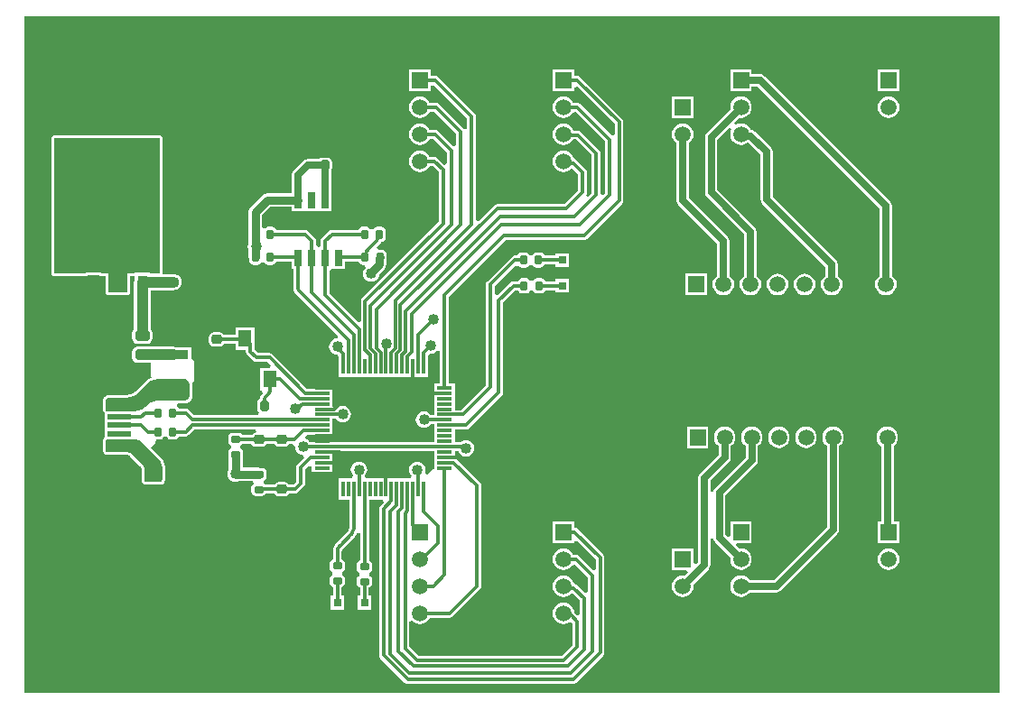
<source format=gbr>
G04*
G04 #@! TF.GenerationSoftware,Altium Limited,Altium Designer,23.6.0 (18)*
G04*
G04 Layer_Physical_Order=1*
G04 Layer_Color=255*
%FSLAX44Y44*%
%MOMM*%
G71*
G04*
G04 #@! TF.SameCoordinates,D937CF5F-481C-4708-B2B1-4CAA2D9F1EF8*
G04*
G04*
G04 #@! TF.FilePolarity,Positive*
G04*
G01*
G75*
%ADD14R,2.3000X0.5000*%
%ADD15R,2.5000X2.0000*%
G04:AMPARAMS|DCode=16|XSize=0.9mm|YSize=0.7mm|CornerRadius=0.175mm|HoleSize=0mm|Usage=FLASHONLY|Rotation=90.000|XOffset=0mm|YOffset=0mm|HoleType=Round|Shape=RoundedRectangle|*
%AMROUNDEDRECTD16*
21,1,0.9000,0.3500,0,0,90.0*
21,1,0.5500,0.7000,0,0,90.0*
1,1,0.3500,0.1750,0.2750*
1,1,0.3500,0.1750,-0.2750*
1,1,0.3500,-0.1750,-0.2750*
1,1,0.3500,-0.1750,0.2750*
%
%ADD16ROUNDEDRECTD16*%
%ADD17R,0.8000X0.8000*%
%ADD18R,0.8000X0.8000*%
%ADD19R,1.3000X1.6000*%
G04:AMPARAMS|DCode=20|XSize=0.9mm|YSize=0.7mm|CornerRadius=0.175mm|HoleSize=0mm|Usage=FLASHONLY|Rotation=0.000|XOffset=0mm|YOffset=0mm|HoleType=Round|Shape=RoundedRectangle|*
%AMROUNDEDRECTD20*
21,1,0.9000,0.3500,0,0,0.0*
21,1,0.5500,0.7000,0,0,0.0*
1,1,0.3500,0.2750,-0.1750*
1,1,0.3500,-0.2750,-0.1750*
1,1,0.3500,-0.2750,0.1750*
1,1,0.3500,0.2750,0.1750*
%
%ADD20ROUNDEDRECTD20*%
%ADD21R,0.9500X1.4500*%
%ADD22R,3.2500X1.4500*%
G04:AMPARAMS|DCode=23|XSize=0.95mm|YSize=0.85mm|CornerRadius=0.2125mm|HoleSize=0mm|Usage=FLASHONLY|Rotation=180.000|XOffset=0mm|YOffset=0mm|HoleType=Round|Shape=RoundedRectangle|*
%AMROUNDEDRECTD23*
21,1,0.9500,0.4250,0,0,180.0*
21,1,0.5250,0.8500,0,0,180.0*
1,1,0.4250,-0.2625,0.2125*
1,1,0.4250,0.2625,0.2125*
1,1,0.4250,0.2625,-0.2125*
1,1,0.4250,-0.2625,-0.2125*
%
%ADD23ROUNDEDRECTD23*%
G04:AMPARAMS|DCode=24|XSize=1.35mm|YSize=1mm|CornerRadius=0.25mm|HoleSize=0mm|Usage=FLASHONLY|Rotation=180.000|XOffset=0mm|YOffset=0mm|HoleType=Round|Shape=RoundedRectangle|*
%AMROUNDEDRECTD24*
21,1,1.3500,0.5000,0,0,180.0*
21,1,0.8500,1.0000,0,0,180.0*
1,1,0.5000,-0.4250,0.2500*
1,1,0.5000,0.4250,0.2500*
1,1,0.5000,0.4250,-0.2500*
1,1,0.5000,-0.4250,-0.2500*
%
%ADD24ROUNDEDRECTD24*%
%ADD25R,2.8100X0.8800*%
%ADD26R,1.4750X0.3000*%
%ADD27R,0.3000X1.4750*%
%ADD28R,0.6500X1.5250*%
G04:AMPARAMS|DCode=29|XSize=0.95mm|YSize=0.85mm|CornerRadius=0.2125mm|HoleSize=0mm|Usage=FLASHONLY|Rotation=270.000|XOffset=0mm|YOffset=0mm|HoleType=Round|Shape=RoundedRectangle|*
%AMROUNDEDRECTD29*
21,1,0.9500,0.4250,0,0,270.0*
21,1,0.5250,0.8500,0,0,270.0*
1,1,0.4250,-0.2125,-0.2625*
1,1,0.4250,-0.2125,0.2625*
1,1,0.4250,0.2125,0.2625*
1,1,0.4250,0.2125,-0.2625*
%
%ADD29ROUNDEDRECTD29*%
%ADD50C,0.3048*%
%ADD51C,1.0160*%
%ADD52C,0.6350*%
%ADD53C,0.7620*%
%ADD54C,1.4000*%
%ADD55R,1.5000X1.5000*%
%ADD56C,1.5000*%
%ADD57R,1.5000X1.5000*%
%ADD58C,1.0160*%
G36*
X914400D02*
X0D01*
Y635000D01*
X914400D01*
Y0D01*
D02*
G37*
%LPC*%
G36*
X820300Y585350D02*
X800220D01*
Y565270D01*
X820300D01*
Y585350D01*
D02*
G37*
G36*
X627260Y559950D02*
X607180D01*
Y539870D01*
X627260D01*
Y559950D01*
D02*
G37*
G36*
X810260Y560037D02*
X807639Y559692D01*
X805197Y558680D01*
X803099Y557071D01*
X801490Y554973D01*
X800478Y552531D01*
X800133Y549910D01*
X800478Y547289D01*
X801490Y544847D01*
X803099Y542749D01*
X805197Y541140D01*
X807639Y540128D01*
X810260Y539783D01*
X812881Y540128D01*
X815323Y541140D01*
X817421Y542749D01*
X819030Y544847D01*
X820042Y547289D01*
X820387Y549910D01*
X820042Y552531D01*
X819030Y554973D01*
X817421Y557071D01*
X815323Y558680D01*
X812881Y559692D01*
X810260Y560037D01*
D02*
G37*
G36*
X671830D02*
X669209Y559692D01*
X666767Y558680D01*
X664669Y557071D01*
X663060Y554973D01*
X662048Y552531D01*
X661703Y549910D01*
X661923Y548243D01*
X639770Y526090D01*
X638507Y524200D01*
X638063Y521970D01*
Y469900D01*
X638507Y467670D01*
X639770Y465780D01*
X674893Y430656D01*
Y391724D01*
X673559Y390701D01*
X671950Y388603D01*
X670938Y386161D01*
X670593Y383540D01*
X670938Y380919D01*
X671950Y378477D01*
X673559Y376379D01*
X675657Y374770D01*
X678099Y373758D01*
X680720Y373413D01*
X683341Y373758D01*
X685783Y374770D01*
X687881Y376379D01*
X689490Y378477D01*
X690502Y380919D01*
X690847Y383540D01*
X690502Y386161D01*
X689490Y388603D01*
X687881Y390701D01*
X686547Y391724D01*
Y433070D01*
X686103Y435300D01*
X684840Y437190D01*
X649717Y472314D01*
Y519556D01*
X660959Y530798D01*
X663060Y529573D01*
X662048Y527131D01*
X661703Y524510D01*
X662048Y521889D01*
X663060Y519447D01*
X664669Y517349D01*
X666767Y515740D01*
X669209Y514728D01*
X671830Y514383D01*
X674451Y514728D01*
X676893Y515740D01*
X678572Y517028D01*
X678691D01*
X690133Y505586D01*
Y463550D01*
X690577Y461320D01*
X691840Y459430D01*
X751093Y400176D01*
Y391724D01*
X749759Y390701D01*
X748150Y388603D01*
X747138Y386161D01*
X746793Y383540D01*
X747138Y380919D01*
X748150Y378477D01*
X749759Y376379D01*
X751857Y374770D01*
X754299Y373758D01*
X756920Y373413D01*
X759541Y373758D01*
X761983Y374770D01*
X764081Y376379D01*
X765690Y378477D01*
X766702Y380919D01*
X767047Y383540D01*
X766702Y386161D01*
X765690Y388603D01*
X764081Y390701D01*
X762747Y391724D01*
Y402590D01*
X762303Y404820D01*
X761040Y406710D01*
X701787Y465964D01*
Y508000D01*
X701343Y510230D01*
X700080Y512120D01*
X685225Y526975D01*
X683335Y528238D01*
X681105Y528682D01*
X680969D01*
X680600Y529573D01*
X678991Y531671D01*
X676893Y533280D01*
X674451Y534292D01*
X671830Y534637D01*
X669209Y534292D01*
X666767Y533280D01*
X665542Y535381D01*
X670163Y540003D01*
X671830Y539783D01*
X674451Y540128D01*
X676893Y541140D01*
X678991Y542749D01*
X680600Y544847D01*
X681612Y547289D01*
X681957Y549910D01*
X681612Y552531D01*
X680600Y554973D01*
X678991Y557071D01*
X676893Y558680D01*
X674451Y559692D01*
X671830Y560037D01*
D02*
G37*
G36*
X515500Y585350D02*
X495420D01*
Y565270D01*
X515500D01*
Y568518D01*
X518040Y569570D01*
X553386Y534224D01*
Y524107D01*
X550846Y523084D01*
X521090Y552840D01*
X519746Y553738D01*
X518160Y554054D01*
X514611D01*
X514230Y554973D01*
X512621Y557071D01*
X510523Y558680D01*
X508081Y559692D01*
X505460Y560037D01*
X502839Y559692D01*
X500397Y558680D01*
X498299Y557071D01*
X496690Y554973D01*
X495678Y552531D01*
X495333Y549910D01*
X495678Y547289D01*
X496690Y544847D01*
X498299Y542749D01*
X500397Y541140D01*
X502839Y540128D01*
X505460Y539783D01*
X508081Y540128D01*
X510523Y541140D01*
X512621Y542749D01*
X514230Y544847D01*
X514257Y544913D01*
X516958Y545252D01*
X544496Y517714D01*
Y469076D01*
X542527Y467107D01*
X542473Y467112D01*
X540084Y468256D01*
Y506730D01*
X539768Y508316D01*
X538870Y509660D01*
X521732Y526798D01*
X520388Y527696D01*
X518802Y528012D01*
X514877D01*
X514230Y529573D01*
X512621Y531671D01*
X510523Y533280D01*
X508081Y534292D01*
X505460Y534637D01*
X502839Y534292D01*
X500397Y533280D01*
X498299Y531671D01*
X496690Y529573D01*
X495678Y527131D01*
X495333Y524510D01*
X495678Y521889D01*
X496690Y519447D01*
X498299Y517349D01*
X500397Y515740D01*
X502839Y514728D01*
X505460Y514383D01*
X508081Y514728D01*
X510523Y515740D01*
X512621Y517349D01*
X514230Y519447D01*
X514345Y519724D01*
X517086D01*
X531796Y505014D01*
Y469076D01*
X528288Y465568D01*
X526315Y467187D01*
X527068Y468314D01*
X527384Y469900D01*
Y488950D01*
X527068Y490536D01*
X526170Y491880D01*
X517688Y500362D01*
X516344Y501260D01*
X515276Y501473D01*
X515242Y501731D01*
X514230Y504173D01*
X512621Y506271D01*
X510523Y507880D01*
X508081Y508892D01*
X505460Y509237D01*
X502839Y508892D01*
X500397Y507880D01*
X498299Y506271D01*
X496690Y504173D01*
X495678Y501731D01*
X495333Y499110D01*
X495678Y496489D01*
X496690Y494047D01*
X498299Y491949D01*
X500397Y490340D01*
X502839Y489328D01*
X505460Y488983D01*
X508081Y489328D01*
X510523Y490340D01*
X512621Y491949D01*
X514272Y492058D01*
X519096Y487234D01*
Y471616D01*
X506284Y458804D01*
X443230D01*
X441644Y458488D01*
X440300Y457590D01*
X425590Y442880D01*
X423244Y443852D01*
Y541020D01*
X422928Y542606D01*
X422030Y543950D01*
X387740Y578240D01*
X386396Y579138D01*
X384810Y579454D01*
X380880D01*
Y585350D01*
X360800D01*
Y565270D01*
X380880D01*
Y570378D01*
X383420Y570840D01*
X414956Y539304D01*
Y529664D01*
X412416Y529162D01*
X411870Y529980D01*
X389010Y552840D01*
X387666Y553738D01*
X386080Y554054D01*
X379991D01*
X379610Y554973D01*
X378001Y557071D01*
X375903Y558680D01*
X373461Y559692D01*
X370840Y560037D01*
X368219Y559692D01*
X365777Y558680D01*
X363679Y557071D01*
X362070Y554973D01*
X361058Y552531D01*
X360713Y549910D01*
X361058Y547289D01*
X362070Y544847D01*
X363679Y542749D01*
X365777Y541140D01*
X368219Y540128D01*
X370840Y539783D01*
X373461Y540128D01*
X375903Y541140D01*
X378001Y542749D01*
X379610Y544847D01*
X379991Y545766D01*
X384364D01*
X404796Y525334D01*
Y513947D01*
X402256Y512924D01*
X387740Y527440D01*
X386396Y528338D01*
X384810Y528654D01*
X379991D01*
X379610Y529573D01*
X378001Y531671D01*
X375903Y533280D01*
X373461Y534292D01*
X370840Y534637D01*
X368219Y534292D01*
X365777Y533280D01*
X363679Y531671D01*
X362070Y529573D01*
X361058Y527131D01*
X360713Y524510D01*
X361058Y521889D01*
X362070Y519447D01*
X363679Y517349D01*
X365777Y515740D01*
X368219Y514728D01*
X370840Y514383D01*
X373461Y514728D01*
X375903Y515740D01*
X378001Y517349D01*
X379610Y519447D01*
X379991Y520366D01*
X383094D01*
X395906Y507554D01*
Y496950D01*
X393366Y495898D01*
X387240Y502025D01*
X385896Y502923D01*
X384310Y503238D01*
X379997D01*
X379610Y504173D01*
X378001Y506271D01*
X375903Y507880D01*
X373461Y508892D01*
X370840Y509237D01*
X368219Y508892D01*
X365777Y507880D01*
X363679Y506271D01*
X362070Y504173D01*
X361058Y501731D01*
X360713Y499110D01*
X361058Y496489D01*
X362070Y494047D01*
X363679Y491949D01*
X365777Y490340D01*
X368219Y489328D01*
X370840Y488983D01*
X373461Y489328D01*
X375903Y490340D01*
X378001Y491949D01*
X379610Y494047D01*
X379985Y494951D01*
X382593D01*
X388286Y489258D01*
Y442406D01*
X316602Y370722D01*
X315704Y369378D01*
X315388Y367792D01*
Y349110D01*
X313042Y348138D01*
X286084Y375096D01*
Y396679D01*
X287730Y398325D01*
X290270Y398325D01*
X300430D01*
Y404796D01*
X313543D01*
X313599Y404516D01*
X314547Y403097D01*
X315966Y402149D01*
X317640Y401816D01*
X319007D01*
X319869Y399276D01*
X319685Y399135D01*
X318464Y397543D01*
X317696Y395689D01*
X317434Y393700D01*
X317696Y391711D01*
X318464Y389857D01*
X319685Y388265D01*
X321277Y387044D01*
X323131Y386276D01*
X325120Y386014D01*
X327109Y386276D01*
X328963Y387044D01*
X330555Y388265D01*
X331776Y389857D01*
X332544Y391711D01*
X332687Y392798D01*
X337658Y397769D01*
X339062Y399870D01*
X339554Y402347D01*
Y407382D01*
X339864Y408940D01*
X339514Y410701D01*
Y411690D01*
X339181Y413364D01*
X338233Y414783D01*
X336814Y415731D01*
X335140Y416064D01*
X331640D01*
X331510Y416038D01*
X330259Y418379D01*
X332977Y421097D01*
X333139Y421340D01*
X334098Y422589D01*
X334436Y423406D01*
X334520D01*
X336194Y423739D01*
X337613Y424687D01*
X338561Y426106D01*
X338894Y427780D01*
Y433280D01*
X338561Y434954D01*
X337613Y436373D01*
X336194Y437321D01*
X334520Y437654D01*
X331020D01*
X329346Y437321D01*
X327927Y436373D01*
X327111Y435152D01*
X325770Y435014D01*
X324429Y435152D01*
X323613Y436373D01*
X322194Y437321D01*
X320520Y437654D01*
X317020D01*
X315346Y437321D01*
X313927Y436373D01*
X312979Y434954D01*
X312923Y434674D01*
X288290D01*
X286704Y434358D01*
X285360Y433460D01*
X279010Y427110D01*
X278112Y425766D01*
X277796Y424180D01*
Y420513D01*
X276150Y418655D01*
X275924D01*
X273384Y420513D01*
Y424180D01*
X273068Y425766D01*
X272170Y427110D01*
X265820Y433460D01*
X264476Y434358D01*
X262890Y434674D01*
X236367D01*
X236311Y434954D01*
X235363Y436373D01*
X233944Y437321D01*
X232270Y437654D01*
X228770D01*
X227096Y437321D01*
X225677Y436373D01*
X225534Y436159D01*
X222994Y436930D01*
Y448788D01*
X230462Y456256D01*
X250750D01*
Y452565D01*
X260910D01*
X262330Y452565D01*
X264870Y452565D01*
X273610D01*
X275030Y452565D01*
X277570Y452565D01*
X287730D01*
Y462544D01*
X287767Y462730D01*
X287730Y462916D01*
Y472895D01*
X287567D01*
Y490118D01*
X288059Y490855D01*
X288421Y492675D01*
Y497925D01*
X288059Y499745D01*
X287028Y501288D01*
X285485Y502319D01*
X283665Y502681D01*
X279415D01*
X277595Y502319D01*
X276052Y501288D01*
X275944Y501127D01*
X265430D01*
X263200Y500683D01*
X261310Y499420D01*
X252420Y490530D01*
X251157Y488640D01*
X250713Y486410D01*
Y469204D01*
X227780D01*
X225302Y468712D01*
X223202Y467308D01*
X211942Y456048D01*
X210538Y453948D01*
X210046Y451470D01*
Y430530D01*
X210356Y428972D01*
Y422561D01*
X209746Y421089D01*
X209484Y419100D01*
X209746Y417111D01*
X210356Y415639D01*
Y410498D01*
X210046Y408940D01*
X210396Y407179D01*
Y406190D01*
X210729Y404516D01*
X211677Y403097D01*
X213096Y402149D01*
X214770Y401816D01*
X218270D01*
X219944Y402149D01*
X221363Y403097D01*
X222179Y404318D01*
X223520Y404456D01*
X224861Y404318D01*
X225677Y403097D01*
X227096Y402149D01*
X228770Y401816D01*
X232270D01*
X233944Y402149D01*
X235363Y403097D01*
X236311Y404516D01*
X236367Y404796D01*
X250750D01*
Y398325D01*
X252396D01*
Y379723D01*
X252450Y379451D01*
X252659Y377866D01*
X253376Y376136D01*
X254349Y374868D01*
X254503Y374637D01*
X293833Y335307D01*
X293626Y334188D01*
X292815Y332733D01*
X291381Y332544D01*
X289527Y331776D01*
X287935Y330555D01*
X286714Y328963D01*
X285946Y327109D01*
X285684Y325120D01*
X285946Y323131D01*
X286714Y321277D01*
X287935Y319685D01*
X289527Y318464D01*
X291381Y317696D01*
X293370Y317434D01*
X294906Y315362D01*
Y306300D01*
X295010Y305779D01*
Y296385D01*
X362470D01*
X363090Y296385D01*
Y296385D01*
X365010D01*
Y296385D01*
X378090D01*
Y305779D01*
X378194Y306300D01*
Y316896D01*
X380289Y318798D01*
X381000Y318704D01*
X382989Y318966D01*
X384843Y319734D01*
X386435Y320955D01*
X387246Y322013D01*
X389567Y321481D01*
X389786Y321359D01*
Y290460D01*
X384015D01*
Y283000D01*
X384015Y282380D01*
Y280460D01*
X384015Y279840D01*
Y272380D01*
Y260588D01*
X381149D01*
X380085Y261975D01*
X378493Y263196D01*
X376639Y263964D01*
X374650Y264226D01*
X372661Y263964D01*
X370807Y263196D01*
X369215Y261975D01*
X367994Y260383D01*
X367226Y258529D01*
X366964Y256540D01*
X367226Y254551D01*
X367994Y252697D01*
X369215Y251105D01*
X370807Y249884D01*
X372661Y249116D01*
X374650Y248854D01*
X376639Y249116D01*
X378493Y249884D01*
X380085Y251105D01*
X381002Y252300D01*
X384015D01*
Y247380D01*
Y235564D01*
X279170D01*
X279049Y235540D01*
X267849D01*
X267055Y236575D01*
X265463Y237796D01*
X264489Y238199D01*
X263704Y240533D01*
X263732Y241110D01*
X264640Y242276D01*
X279170D01*
X279691Y242380D01*
X289085D01*
Y247380D01*
Y257300D01*
X292160D01*
X293015Y256185D01*
X294607Y254964D01*
X296461Y254196D01*
X298450Y253934D01*
X300439Y254196D01*
X302293Y254964D01*
X303885Y256185D01*
X305106Y257777D01*
X305874Y259631D01*
X306136Y261620D01*
X305874Y263609D01*
X305106Y265463D01*
X303885Y267055D01*
X302293Y268276D01*
X300439Y269044D01*
X298450Y269306D01*
X296461Y269044D01*
X294607Y268276D01*
X293015Y267055D01*
X292885Y266884D01*
X291384Y266799D01*
X289085Y268987D01*
Y277380D01*
Y285460D01*
X279691D01*
X279170Y285564D01*
X265126D01*
X232800Y317890D01*
X231456Y318788D01*
X229870Y319104D01*
X218886D01*
X216060Y321930D01*
Y327714D01*
X215980Y328114D01*
Y343230D01*
X197900D01*
Y336014D01*
X187227D01*
X186328Y337358D01*
X184785Y338389D01*
X182965Y338751D01*
X177715D01*
X175895Y338389D01*
X174352Y337358D01*
X173321Y335815D01*
X172959Y333995D01*
Y329745D01*
X173321Y327925D01*
X174352Y326382D01*
X175895Y325351D01*
X177715Y324989D01*
X182965D01*
X184785Y325351D01*
X186328Y326382D01*
X187227Y327726D01*
X197900D01*
Y322150D01*
X207772D01*
Y320214D01*
X208088Y318628D01*
X208986Y317284D01*
X214240Y312030D01*
X215584Y311132D01*
X217170Y310816D01*
X228154D01*
X231393Y307577D01*
X230421Y305230D01*
X220900D01*
Y284150D01*
X222628D01*
X223680Y281610D01*
X223147Y281077D01*
X223140Y281067D01*
X223141Y281067D01*
X222984Y280833D01*
X222026Y279584D01*
X221309Y277854D01*
X221100Y276269D01*
X221076Y276147D01*
X219702Y275228D01*
X218671Y273685D01*
X218309Y271865D01*
Y266615D01*
X218671Y264795D01*
X219702Y263252D01*
X219923Y263104D01*
X219153Y260564D01*
X159316D01*
X154060Y265820D01*
X152716Y266718D01*
X151130Y267034D01*
X144927D01*
X144871Y267314D01*
X143923Y268733D01*
X143238Y269190D01*
X144009Y271730D01*
X149860D01*
X150870Y271730D01*
X151861Y271927D01*
X151862Y271927D01*
X153729Y272701D01*
X153729Y272701D01*
X154569Y273262D01*
X155998Y274691D01*
X156559Y275531D01*
X156559Y275531D01*
X157333Y277398D01*
X157333Y277398D01*
X157530Y278389D01*
X157530Y279400D01*
X157530Y279400D01*
X157530Y289560D01*
X157530Y290570D01*
X157530Y290570D01*
X157530Y290570D01*
X157451Y290964D01*
X157370Y291376D01*
X157479Y291398D01*
X158488Y292071D01*
X159161Y293079D01*
X159398Y294269D01*
Y310400D01*
X159161Y311589D01*
X158488Y312598D01*
X157479Y313271D01*
X156290Y313508D01*
Y324280D01*
X142893D01*
X141664Y324789D01*
X139675Y325051D01*
X110680D01*
X110490Y325076D01*
X110133Y325029D01*
X106240D01*
X104274Y324638D01*
X102606Y323524D01*
X101492Y321856D01*
X101101Y319890D01*
Y314890D01*
X101492Y312924D01*
X102606Y311256D01*
X104274Y310142D01*
X106240Y309751D01*
X109968D01*
X110515Y309679D01*
X110515Y309679D01*
X118812D01*
Y297180D01*
X119049Y295991D01*
X118886Y295919D01*
X117508Y295348D01*
X117327Y295227D01*
X117061Y295109D01*
X114636Y293488D01*
X114456Y293308D01*
X114243Y293166D01*
X113213Y292135D01*
X112367Y291289D01*
X104993Y283916D01*
X103896Y282921D01*
X101384Y281243D01*
X98653Y280112D01*
X95690Y279522D01*
X94211Y279450D01*
X93081Y279450D01*
X78740Y279450D01*
X78235Y279450D01*
X78235Y279450D01*
X78235Y279450D01*
X77804Y279364D01*
X77244Y279253D01*
X77244Y279253D01*
X76310Y278866D01*
X75470Y278305D01*
X74755Y277590D01*
X74755Y277590D01*
X74755Y277590D01*
X74532Y277256D01*
X74194Y276750D01*
X74194Y276750D01*
X73807Y275816D01*
X73610Y274825D01*
X73610Y274320D01*
Y266195D01*
X73807Y265204D01*
X73807Y265204D01*
X74194Y264270D01*
X74194Y264270D01*
X74756Y263430D01*
X74960Y263225D01*
Y254420D01*
Y246420D01*
Y239694D01*
X74755Y239490D01*
X74194Y238650D01*
X73807Y237716D01*
X73610Y236725D01*
Y228095D01*
X73807Y227104D01*
X74194Y226170D01*
X74755Y225330D01*
X75470Y224615D01*
X76310Y224054D01*
X77244Y223667D01*
X78235Y223470D01*
X96450D01*
X96803Y223453D01*
X97545Y223306D01*
X98184Y223041D01*
X98813Y222621D01*
X99070Y222388D01*
X108705Y212753D01*
X108972Y212458D01*
X109450Y211743D01*
X109754Y211008D01*
X109922Y210165D01*
X109942Y209766D01*
X109942Y199889D01*
X109942Y199889D01*
X109942Y199537D01*
X109942Y199537D01*
X109942Y199537D01*
X110033Y199077D01*
X110139Y198546D01*
X110139Y198546D01*
X110139Y198546D01*
X110408Y197896D01*
X110408Y197896D01*
X110408Y197896D01*
X110634Y197558D01*
X110969Y197055D01*
X110969Y197055D01*
X111467Y196558D01*
X112307Y195996D01*
X112957Y195727D01*
X112957Y195727D01*
X112957Y195727D01*
X113493Y195621D01*
X113948Y195530D01*
X113948Y195530D01*
X113948Y195530D01*
X114300Y195530D01*
X126384D01*
X126622Y195578D01*
X126865Y195575D01*
X128018Y195793D01*
X128266Y195893D01*
X128529Y195945D01*
X129163Y196208D01*
X130003Y196769D01*
X130891Y197657D01*
X131452Y198497D01*
X131933Y199657D01*
X131933Y199657D01*
X132130Y200648D01*
X132130Y201276D01*
X132130Y210979D01*
X132130Y210980D01*
Y211018D01*
X132129Y211021D01*
X132130Y211025D01*
X132127Y212172D01*
X132077Y212419D01*
Y212670D01*
X131623Y214950D01*
X131526Y215185D01*
X131476Y215435D01*
X130581Y217597D01*
X130439Y217809D01*
X130341Y218045D01*
X129041Y219991D01*
X128861Y220171D01*
X128719Y220383D01*
X118910Y230192D01*
X119038Y231483D01*
X122435Y234880D01*
X123108Y235888D01*
X123345Y237077D01*
Y237986D01*
X126830D01*
X128504Y238319D01*
X129923Y239267D01*
X130739Y240488D01*
X132080Y240626D01*
X133421Y240488D01*
X134237Y239267D01*
X135656Y238319D01*
X137330Y237986D01*
X140830D01*
X142504Y238319D01*
X143923Y239267D01*
X144871Y240686D01*
X144927Y240966D01*
X151130D01*
X152716Y241282D01*
X154060Y242180D01*
X159156Y247276D01*
X217125D01*
X217210Y244771D01*
X215390Y244409D01*
X213847Y243378D01*
X213032Y242159D01*
X204514D01*
X203963Y242983D01*
X202544Y243931D01*
X200870Y244264D01*
X195370D01*
X193696Y243931D01*
X192277Y242983D01*
X191329Y241564D01*
X190996Y239890D01*
Y236390D01*
X191329Y234716D01*
X192277Y233297D01*
X193498Y232481D01*
X193636Y231140D01*
X193498Y229799D01*
X192277Y228983D01*
X191329Y227564D01*
X190996Y225890D01*
Y222390D01*
X191329Y220716D01*
X191646Y220242D01*
Y209820D01*
X191464Y209583D01*
X190696Y207729D01*
X190434Y205740D01*
X190696Y203751D01*
X191464Y201897D01*
X192685Y200305D01*
X194277Y199084D01*
X196131Y198316D01*
X198120Y198054D01*
X200109Y198316D01*
X201653Y198956D01*
X213899D01*
X214669Y196416D01*
X213992Y195963D01*
X213044Y194544D01*
X212711Y192870D01*
Y189370D01*
X213044Y187696D01*
X213992Y186277D01*
X215411Y185329D01*
X217085Y184996D01*
X222585D01*
X224259Y185329D01*
X225678Y186277D01*
X226229Y187101D01*
X234497D01*
X235312Y185882D01*
X236855Y184851D01*
X238675Y184489D01*
X243925D01*
X245745Y184851D01*
X247288Y185882D01*
X248187Y187226D01*
X253600D01*
X255186Y187542D01*
X256530Y188440D01*
X262010Y193920D01*
X262908Y195264D01*
X263224Y196850D01*
Y210374D01*
X266715Y213865D01*
X269255Y212813D01*
Y207380D01*
X289085D01*
Y214840D01*
X289085Y215460D01*
Y217380D01*
X289085Y218000D01*
Y224736D01*
X289085Y225460D01*
X290832Y227276D01*
X384015D01*
Y223000D01*
X384015Y222380D01*
Y220460D01*
X384015Y219840D01*
Y210488D01*
X382826Y210251D01*
X381818Y209578D01*
X377534Y205294D01*
X375381Y206733D01*
X375724Y207561D01*
X375986Y209550D01*
X375724Y211539D01*
X374956Y213393D01*
X373735Y214985D01*
X372143Y216206D01*
X370289Y216974D01*
X368300Y217236D01*
X366311Y216974D01*
X364457Y216206D01*
X362865Y214985D01*
X361644Y213393D01*
X360876Y211539D01*
X360614Y209550D01*
X360876Y207561D01*
X361644Y205707D01*
X362865Y204115D01*
X363022Y203995D01*
X362160Y201455D01*
X340630D01*
X340010Y201455D01*
X338090D01*
X337470Y201455D01*
X319830D01*
X318968Y203995D01*
X319125Y204115D01*
X320346Y205707D01*
X321114Y207561D01*
X321376Y209550D01*
X321114Y211539D01*
X320346Y213393D01*
X319125Y214985D01*
X317533Y216206D01*
X315679Y216974D01*
X313690Y217236D01*
X311701Y216974D01*
X309847Y216206D01*
X308255Y214985D01*
X307034Y213393D01*
X306266Y211539D01*
X306004Y209550D01*
X306266Y207561D01*
X307034Y205707D01*
X308255Y204115D01*
X308412Y203995D01*
X307550Y201455D01*
X295010D01*
Y181625D01*
X304906D01*
Y154761D01*
X304906Y154743D01*
X304906Y154737D01*
X304088Y152536D01*
X303931Y152300D01*
X303898Y152278D01*
X292980Y141360D01*
X292963Y141358D01*
X292953Y141369D01*
X290926Y138727D01*
X289636Y135612D01*
X289195Y132270D01*
X289195Y132270D01*
X289226Y129743D01*
Y125227D01*
X288946Y125171D01*
X287527Y124223D01*
X286579Y122804D01*
X286246Y121130D01*
Y117630D01*
X286579Y115956D01*
X287527Y114537D01*
X288748Y113721D01*
X288886Y112380D01*
X288748Y111039D01*
X287527Y110223D01*
X286579Y108804D01*
X286246Y107130D01*
Y103630D01*
X286579Y101956D01*
X287527Y100537D01*
X288946Y99589D01*
X289226Y99533D01*
Y91510D01*
X286830D01*
Y78430D01*
X299910D01*
Y91510D01*
X297514D01*
Y99533D01*
X297794Y99589D01*
X299213Y100537D01*
X300161Y101956D01*
X300494Y103630D01*
Y107130D01*
X300161Y108804D01*
X299213Y110223D01*
X297992Y111039D01*
X297854Y112380D01*
X297992Y113721D01*
X299213Y114537D01*
X300161Y115956D01*
X300494Y117630D01*
Y121130D01*
X300161Y122804D01*
X299213Y124223D01*
X297794Y125171D01*
X297514Y125227D01*
Y132257D01*
X297513Y132262D01*
X297514Y132266D01*
X297514Y132278D01*
X297493Y132379D01*
X297825Y134045D01*
X298763Y135448D01*
X298840Y135500D01*
X309758Y146418D01*
X309775Y146419D01*
X309779Y146416D01*
X311633Y148832D01*
X312366Y150603D01*
X314906Y150098D01*
Y124663D01*
X314346Y124551D01*
X312927Y123603D01*
X311979Y122184D01*
X311646Y120510D01*
Y117010D01*
X311979Y115336D01*
X312927Y113917D01*
X314148Y113101D01*
X314286Y111760D01*
X314148Y110419D01*
X312927Y109603D01*
X311979Y108184D01*
X311646Y106510D01*
Y103010D01*
X311979Y101336D01*
X312927Y99917D01*
X314346Y98969D01*
X314626Y98913D01*
Y91510D01*
X312230D01*
Y78430D01*
X325310D01*
Y91510D01*
X322914D01*
Y98913D01*
X323194Y98969D01*
X324613Y99917D01*
X325561Y101336D01*
X325894Y103010D01*
Y106510D01*
X325561Y108184D01*
X324613Y109603D01*
X323392Y110419D01*
X323254Y111760D01*
X323392Y113101D01*
X324613Y113917D01*
X325561Y115336D01*
X325894Y117010D01*
Y120510D01*
X325561Y122184D01*
X324613Y123603D01*
X323194Y124551D01*
X323194Y124551D01*
Y181625D01*
X336003D01*
X337055Y179085D01*
X333620Y175650D01*
X332722Y174306D01*
X332406Y172720D01*
Y35560D01*
X332722Y33974D01*
X333620Y32630D01*
X356480Y9770D01*
X357824Y8872D01*
X359410Y8556D01*
X514350D01*
X515936Y8872D01*
X517280Y9770D01*
X542680Y35170D01*
X543578Y36514D01*
X543894Y38100D01*
X543894Y38100D01*
Y127000D01*
X543578Y128586D01*
X542680Y129930D01*
X518676Y153933D01*
X517332Y154832D01*
X515746Y155147D01*
X515500D01*
Y161170D01*
X495420D01*
Y141090D01*
X515500D01*
Y142071D01*
X517847Y143043D01*
X535606Y125284D01*
Y116466D01*
X533066Y115414D01*
X519820Y128660D01*
X518476Y129558D01*
X516890Y129874D01*
X514611D01*
X514230Y130793D01*
X512621Y132891D01*
X510523Y134500D01*
X508081Y135512D01*
X505460Y135857D01*
X502839Y135512D01*
X500397Y134500D01*
X498299Y132891D01*
X496690Y130793D01*
X495678Y128351D01*
X495333Y125730D01*
X495678Y123109D01*
X496690Y120667D01*
X498299Y118569D01*
X500397Y116960D01*
X502839Y115948D01*
X505460Y115603D01*
X508081Y115948D01*
X510523Y116960D01*
X512621Y118569D01*
X513479Y119689D01*
X516223Y120165D01*
X516720Y120040D01*
X527986Y108774D01*
Y94876D01*
X525446Y93824D01*
X517688Y101582D01*
X516344Y102480D01*
X515276Y102692D01*
X515242Y102951D01*
X514230Y105393D01*
X512621Y107491D01*
X510523Y109100D01*
X508081Y110112D01*
X505460Y110457D01*
X502839Y110112D01*
X500397Y109100D01*
X498299Y107491D01*
X496690Y105393D01*
X495678Y102951D01*
X495333Y100330D01*
X495678Y97709D01*
X496690Y95267D01*
X498299Y93169D01*
X500397Y91560D01*
X502839Y90548D01*
X505460Y90203D01*
X508081Y90548D01*
X510523Y91560D01*
X512621Y93169D01*
X514272Y93278D01*
X520366Y87184D01*
Y74282D01*
X518020Y73310D01*
X515757Y75573D01*
X515477Y75760D01*
X515242Y77551D01*
X514230Y79993D01*
X512621Y82091D01*
X510523Y83700D01*
X508081Y84712D01*
X505460Y85057D01*
X502839Y84712D01*
X500397Y83700D01*
X498299Y82091D01*
X496690Y79993D01*
X495678Y77551D01*
X495333Y74930D01*
X495678Y72309D01*
X496690Y69867D01*
X498299Y67769D01*
X500397Y66160D01*
X502839Y65148D01*
X505460Y64803D01*
X508081Y65148D01*
X510523Y66160D01*
X512179Y67431D01*
X514016Y65594D01*
Y44896D01*
X504124Y35004D01*
X369636D01*
X361014Y43626D01*
Y67071D01*
X363554Y67933D01*
X363679Y67769D01*
X365777Y66160D01*
X368219Y65148D01*
X370840Y64803D01*
X373461Y65148D01*
X375903Y66160D01*
X378001Y67769D01*
X379610Y69867D01*
X379991Y70786D01*
X398780D01*
X400366Y71102D01*
X401710Y72000D01*
X427110Y97400D01*
X428008Y98744D01*
X428324Y100330D01*
X428324Y100330D01*
Y194715D01*
X428008Y196300D01*
X427110Y197645D01*
X405429Y219326D01*
X404348Y220048D01*
X403896Y222143D01*
X403845Y222664D01*
X403845Y223000D01*
Y227276D01*
X406847D01*
X407364Y226027D01*
X408585Y224435D01*
X410177Y223214D01*
X412031Y222446D01*
X414020Y222184D01*
X416009Y222446D01*
X417863Y223214D01*
X419455Y224435D01*
X420676Y226027D01*
X421444Y227881D01*
X421706Y229870D01*
X421444Y231859D01*
X420676Y233713D01*
X419455Y235305D01*
X417863Y236526D01*
X416009Y237294D01*
X414020Y237556D01*
X412031Y237294D01*
X410177Y236526D01*
X408923Y235564D01*
X403845D01*
Y247276D01*
X413980D01*
X415566Y247592D01*
X416910Y248490D01*
X447430Y279010D01*
X448328Y280354D01*
X448644Y281940D01*
Y366584D01*
X460186Y378126D01*
X462753D01*
X462809Y377846D01*
X463757Y376427D01*
X465176Y375479D01*
X466850Y375146D01*
X470350D01*
X472024Y375479D01*
X473443Y376427D01*
X474259Y377648D01*
X475600Y377786D01*
X476941Y377648D01*
X477757Y376427D01*
X479176Y375479D01*
X480850Y375146D01*
X484350D01*
X486024Y375479D01*
X487443Y376427D01*
X488391Y377846D01*
X488447Y378126D01*
X497770D01*
Y375730D01*
X510850D01*
Y388810D01*
X497770D01*
Y386414D01*
X488447D01*
X488391Y386694D01*
X487443Y388113D01*
X486024Y389061D01*
X484350Y389394D01*
X480850D01*
X479176Y389061D01*
X477757Y388113D01*
X476941Y386892D01*
X475600Y386754D01*
X474259Y386892D01*
X473443Y388113D01*
X472024Y389061D01*
X470350Y389394D01*
X466850D01*
X465176Y389061D01*
X463757Y388113D01*
X462809Y386694D01*
X462753Y386414D01*
X458470D01*
X456884Y386098D01*
X455540Y385200D01*
X443564Y373224D01*
X441024Y374276D01*
Y381824D01*
X460025Y400825D01*
X463137Y400557D01*
X464556Y399609D01*
X466230Y399276D01*
X469730D01*
X471404Y399609D01*
X472823Y400557D01*
X473639Y401778D01*
X474980Y401916D01*
X476321Y401778D01*
X477137Y400557D01*
X478556Y399609D01*
X480230Y399276D01*
X483730D01*
X485404Y399609D01*
X486823Y400557D01*
X487771Y401976D01*
X487827Y402256D01*
X497770D01*
Y399860D01*
X510850D01*
Y412940D01*
X497770D01*
Y410544D01*
X487827D01*
X487771Y410824D01*
X486823Y412243D01*
X485404Y413191D01*
X483730Y413524D01*
X480230D01*
X478556Y413191D01*
X477137Y412243D01*
X476321Y411022D01*
X474980Y410884D01*
X473639Y411022D01*
X472823Y412243D01*
X471404Y413191D01*
X469730Y413524D01*
X466230D01*
X464556Y413191D01*
X463137Y412243D01*
X462189Y410824D01*
X462133Y410544D01*
X459740D01*
X458154Y410228D01*
X456810Y409330D01*
X433950Y386470D01*
X433052Y385126D01*
X432736Y383540D01*
Y288536D01*
X409764Y265564D01*
X403845D01*
Y279840D01*
X403845Y280460D01*
Y282380D01*
X403845Y283000D01*
Y290460D01*
X398074D01*
Y371894D01*
X451296Y425116D01*
X524510D01*
X526096Y425432D01*
X527440Y426330D01*
X560460Y459350D01*
X561358Y460694D01*
X561674Y462280D01*
Y535940D01*
X561358Y537526D01*
X560460Y538870D01*
X521090Y578240D01*
X519746Y579138D01*
X518160Y579454D01*
X515500D01*
Y585350D01*
D02*
G37*
G36*
X639960Y393580D02*
X619880D01*
Y373500D01*
X639960D01*
Y393580D01*
D02*
G37*
G36*
X681870Y585350D02*
X661790D01*
Y565270D01*
X681870D01*
Y569483D01*
X687196D01*
X801893Y454786D01*
Y391724D01*
X800559Y390701D01*
X798950Y388603D01*
X797938Y386161D01*
X797593Y383540D01*
X797938Y380919D01*
X798950Y378477D01*
X800559Y376379D01*
X802657Y374770D01*
X805099Y373758D01*
X807720Y373413D01*
X810341Y373758D01*
X812783Y374770D01*
X814881Y376379D01*
X816490Y378477D01*
X817502Y380919D01*
X817847Y383540D01*
X817502Y386161D01*
X816490Y388603D01*
X814881Y390701D01*
X813547Y391724D01*
Y457200D01*
X813103Y459430D01*
X811840Y461320D01*
X693730Y579430D01*
X691840Y580693D01*
X689610Y581137D01*
X681870D01*
Y585350D01*
D02*
G37*
G36*
X731520Y393667D02*
X728899Y393322D01*
X726457Y392310D01*
X724359Y390701D01*
X722750Y388603D01*
X721738Y386161D01*
X721393Y383540D01*
X721738Y380919D01*
X722750Y378477D01*
X724359Y376379D01*
X726457Y374770D01*
X728899Y373758D01*
X731520Y373413D01*
X734141Y373758D01*
X736583Y374770D01*
X738681Y376379D01*
X740290Y378477D01*
X741302Y380919D01*
X741647Y383540D01*
X741302Y386161D01*
X740290Y388603D01*
X738681Y390701D01*
X736583Y392310D01*
X734141Y393322D01*
X731520Y393667D01*
D02*
G37*
G36*
X706120D02*
X703499Y393322D01*
X701057Y392310D01*
X698959Y390701D01*
X697350Y388603D01*
X696338Y386161D01*
X695993Y383540D01*
X696338Y380919D01*
X697350Y378477D01*
X698959Y376379D01*
X701057Y374770D01*
X703499Y373758D01*
X706120Y373413D01*
X708741Y373758D01*
X711183Y374770D01*
X713281Y376379D01*
X714890Y378477D01*
X715902Y380919D01*
X716247Y383540D01*
X715902Y386161D01*
X714890Y388603D01*
X713281Y390701D01*
X711183Y392310D01*
X708741Y393322D01*
X706120Y393667D01*
D02*
G37*
G36*
X617220Y534637D02*
X614599Y534292D01*
X612157Y533280D01*
X610059Y531671D01*
X608450Y529573D01*
X607438Y527131D01*
X607093Y524510D01*
X607438Y521889D01*
X608450Y519447D01*
X610059Y517349D01*
X611393Y516326D01*
Y462280D01*
X611837Y460050D01*
X613100Y458160D01*
X649493Y421766D01*
Y391724D01*
X648159Y390701D01*
X646550Y388603D01*
X645538Y386161D01*
X645193Y383540D01*
X645538Y380919D01*
X646550Y378477D01*
X648159Y376379D01*
X650257Y374770D01*
X652699Y373758D01*
X655320Y373413D01*
X657941Y373758D01*
X660383Y374770D01*
X662481Y376379D01*
X664090Y378477D01*
X665102Y380919D01*
X665447Y383540D01*
X665102Y386161D01*
X664090Y388603D01*
X662481Y390701D01*
X661147Y391724D01*
Y424180D01*
X660703Y426410D01*
X659440Y428300D01*
X623047Y464694D01*
Y516326D01*
X624381Y517349D01*
X625990Y519447D01*
X627002Y521889D01*
X627347Y524510D01*
X627002Y527131D01*
X625990Y529573D01*
X624381Y531671D01*
X622283Y533280D01*
X619841Y534292D01*
X617220Y534637D01*
D02*
G37*
G36*
X127000Y523290D02*
X27940D01*
X26949Y523093D01*
X26109Y522531D01*
X25547Y521691D01*
X25350Y520700D01*
Y393700D01*
X25547Y392709D01*
X26109Y391869D01*
X26949Y391307D01*
X27940Y391110D01*
X57440D01*
X58431Y391307D01*
X59271Y391869D01*
X59379Y392030D01*
X70081D01*
X70189Y391869D01*
X71029Y391307D01*
X72020Y391110D01*
X76150D01*
Y375920D01*
X76347Y374929D01*
X76909Y374089D01*
X77749Y373527D01*
X78740Y373330D01*
X96520D01*
X97511Y373527D01*
X98351Y374089D01*
X98913Y374929D01*
X99110Y375920D01*
Y391110D01*
X103240D01*
Y387691D01*
X103086Y387319D01*
X102824Y385330D01*
Y341669D01*
X102606Y341524D01*
X101492Y339856D01*
X101101Y337890D01*
Y332890D01*
X101492Y330924D01*
X102606Y329256D01*
X104274Y328142D01*
X106240Y327751D01*
X110133D01*
X110490Y327704D01*
X110847Y327751D01*
X114740D01*
X116706Y328142D01*
X118374Y329256D01*
X119488Y330924D01*
X119879Y332890D01*
Y337890D01*
X119488Y339856D01*
X118374Y341524D01*
X118196Y341642D01*
Y377994D01*
X139700D01*
X141689Y378256D01*
X143543Y379024D01*
X143573Y379047D01*
X144145Y379161D01*
X145688Y380192D01*
X146719Y381735D01*
X147081Y383555D01*
Y383588D01*
X147124Y383691D01*
X147386Y385680D01*
X147124Y387669D01*
X147081Y387772D01*
Y387805D01*
X146719Y389625D01*
X145688Y391168D01*
X144145Y392199D01*
X143573Y392313D01*
X143543Y392336D01*
X141689Y393104D01*
X139700Y393366D01*
X129864D01*
X129590Y393700D01*
Y520700D01*
X129393Y521691D01*
X128831Y522531D01*
X127991Y523093D01*
X127000Y523290D01*
D02*
G37*
G36*
X641230Y250070D02*
X621150D01*
Y229990D01*
X641230D01*
Y250070D01*
D02*
G37*
G36*
X732790Y250157D02*
X730169Y249812D01*
X727727Y248800D01*
X725629Y247191D01*
X724020Y245093D01*
X723008Y242651D01*
X722663Y240030D01*
X723008Y237409D01*
X724020Y234967D01*
X725629Y232869D01*
X727727Y231260D01*
X730169Y230248D01*
X732790Y229903D01*
X735411Y230248D01*
X737853Y231260D01*
X739951Y232869D01*
X741560Y234967D01*
X742572Y237409D01*
X742917Y240030D01*
X742572Y242651D01*
X741560Y245093D01*
X739951Y247191D01*
X737853Y248800D01*
X735411Y249812D01*
X732790Y250157D01*
D02*
G37*
G36*
X707390D02*
X704769Y249812D01*
X702327Y248800D01*
X700229Y247191D01*
X698620Y245093D01*
X697608Y242651D01*
X697263Y240030D01*
X697608Y237409D01*
X698620Y234967D01*
X700229Y232869D01*
X702327Y231260D01*
X704769Y230248D01*
X707390Y229903D01*
X710011Y230248D01*
X712453Y231260D01*
X714551Y232869D01*
X716160Y234967D01*
X717172Y237409D01*
X717517Y240030D01*
X717172Y242651D01*
X716160Y245093D01*
X714551Y247191D01*
X712453Y248800D01*
X710011Y249812D01*
X707390Y250157D01*
D02*
G37*
G36*
X681990D02*
X679369Y249812D01*
X676927Y248800D01*
X674829Y247191D01*
X673220Y245093D01*
X672208Y242651D01*
X671863Y240030D01*
X672208Y237409D01*
X673220Y234967D01*
X674829Y232869D01*
X676163Y231846D01*
Y220854D01*
X647390Y192080D01*
X646127Y190190D01*
X645907Y189086D01*
X643367Y189336D01*
Y199516D01*
X660710Y216860D01*
X661973Y218750D01*
X662417Y220980D01*
Y231846D01*
X663751Y232869D01*
X665360Y234967D01*
X666372Y237409D01*
X666717Y240030D01*
X666372Y242651D01*
X665360Y245093D01*
X663751Y247191D01*
X661653Y248800D01*
X659211Y249812D01*
X656590Y250157D01*
X653969Y249812D01*
X651527Y248800D01*
X649429Y247191D01*
X647820Y245093D01*
X646808Y242651D01*
X646463Y240030D01*
X646808Y237409D01*
X647820Y234967D01*
X649429Y232869D01*
X650763Y231846D01*
Y223394D01*
X633420Y206050D01*
X632157Y204160D01*
X631713Y201930D01*
Y123064D01*
X629607Y120957D01*
X627260Y121929D01*
Y135770D01*
X607180D01*
Y115690D01*
X621021D01*
X621993Y113343D01*
X618887Y110237D01*
X617220Y110457D01*
X614599Y110112D01*
X612157Y109100D01*
X610059Y107491D01*
X608450Y105393D01*
X607438Y102951D01*
X607093Y100330D01*
X607438Y97709D01*
X608450Y95267D01*
X610059Y93169D01*
X612157Y91560D01*
X614599Y90548D01*
X617220Y90203D01*
X619841Y90548D01*
X622283Y91560D01*
X624381Y93169D01*
X625990Y95267D01*
X627002Y97709D01*
X627347Y100330D01*
X627127Y101997D01*
X641660Y116530D01*
X642923Y118420D01*
X643367Y120650D01*
Y144674D01*
X645907Y144924D01*
X646127Y143820D01*
X647390Y141930D01*
X661923Y127397D01*
X661703Y125730D01*
X662048Y123109D01*
X663060Y120667D01*
X664669Y118569D01*
X666767Y116960D01*
X669209Y115948D01*
X671830Y115603D01*
X674451Y115948D01*
X676893Y116960D01*
X678991Y118569D01*
X680600Y120667D01*
X681612Y123109D01*
X681957Y125730D01*
X681612Y128351D01*
X680600Y130793D01*
X678991Y132891D01*
X676893Y134500D01*
X674451Y135512D01*
X671830Y135857D01*
X670163Y135637D01*
X667057Y138743D01*
X668029Y141090D01*
X681870D01*
Y161170D01*
X661790D01*
Y147329D01*
X659443Y146357D01*
X657337Y148464D01*
Y185546D01*
X686110Y214320D01*
X687373Y216210D01*
X687817Y218440D01*
Y231846D01*
X689151Y232869D01*
X690760Y234967D01*
X691772Y237409D01*
X692117Y240030D01*
X691772Y242651D01*
X690760Y245093D01*
X689151Y247191D01*
X687053Y248800D01*
X684611Y249812D01*
X681990Y250157D01*
D02*
G37*
G36*
X808990D02*
X806369Y249812D01*
X803927Y248800D01*
X801829Y247191D01*
X800220Y245093D01*
X799208Y242651D01*
X798863Y240030D01*
X799208Y237409D01*
X800220Y234967D01*
X801829Y232869D01*
X803798Y231359D01*
Y161170D01*
X800220D01*
Y141090D01*
X820300D01*
Y161170D01*
X815452D01*
Y232333D01*
X816151Y232869D01*
X817760Y234967D01*
X818772Y237409D01*
X819117Y240030D01*
X818772Y242651D01*
X817760Y245093D01*
X816151Y247191D01*
X814053Y248800D01*
X811611Y249812D01*
X808990Y250157D01*
D02*
G37*
G36*
X810260Y135857D02*
X807639Y135512D01*
X805197Y134500D01*
X803099Y132891D01*
X801490Y130793D01*
X800478Y128351D01*
X800133Y125730D01*
X800478Y123109D01*
X801490Y120667D01*
X803099Y118569D01*
X805197Y116960D01*
X807639Y115948D01*
X810260Y115603D01*
X812881Y115948D01*
X815323Y116960D01*
X817421Y118569D01*
X819030Y120667D01*
X820042Y123109D01*
X820387Y125730D01*
X820042Y128351D01*
X819030Y130793D01*
X817421Y132891D01*
X815323Y134500D01*
X812881Y135512D01*
X810260Y135857D01*
D02*
G37*
G36*
X758190Y250157D02*
X755569Y249812D01*
X753127Y248800D01*
X751029Y247191D01*
X749420Y245093D01*
X748408Y242651D01*
X748063Y240030D01*
X748408Y237409D01*
X749420Y234967D01*
X751029Y232869D01*
X752363Y231846D01*
Y156084D01*
X702436Y106157D01*
X680014D01*
X678991Y107491D01*
X676893Y109100D01*
X674451Y110112D01*
X671830Y110457D01*
X669209Y110112D01*
X666767Y109100D01*
X664669Y107491D01*
X663060Y105393D01*
X662048Y102951D01*
X661703Y100330D01*
X662048Y97709D01*
X663060Y95267D01*
X664669Y93169D01*
X666767Y91560D01*
X669209Y90548D01*
X671830Y90203D01*
X674451Y90548D01*
X676893Y91560D01*
X678991Y93169D01*
X680014Y94503D01*
X704850D01*
X707080Y94947D01*
X708970Y96210D01*
X762310Y149550D01*
X763573Y151440D01*
X764017Y153670D01*
Y231846D01*
X765351Y232869D01*
X766960Y234967D01*
X767972Y237409D01*
X768317Y240030D01*
X767972Y242651D01*
X766960Y245093D01*
X765351Y247191D01*
X763253Y248800D01*
X760811Y249812D01*
X758190Y250157D01*
D02*
G37*
%LPD*%
G36*
X125512Y294640D02*
X149860Y294640D01*
X149860Y294640D01*
X149860Y294640D01*
X149860D01*
X151032Y294573D01*
X152738Y293867D01*
X153392Y293212D01*
X153419Y293079D01*
X154093Y292071D01*
X154405Y291863D01*
X154940Y290571D01*
X154940Y289560D01*
X154940Y279400D01*
X154940Y279400D01*
X154940Y278389D01*
X154167Y276522D01*
X152738Y275093D01*
X150871Y274320D01*
X149860Y274320D01*
X125512D01*
X125512Y274320D01*
X124061Y274249D01*
X121215Y273683D01*
X118533Y272572D01*
X116120Y270960D01*
X115044Y269984D01*
X113659Y268599D01*
X110402Y266423D01*
X106784Y264924D01*
X103354Y264242D01*
X103040Y264500D01*
Y264500D01*
X77414D01*
X77301Y264547D01*
X76587Y265261D01*
X76200Y266195D01*
Y274320D01*
X76200Y274825D01*
X76587Y275759D01*
X77301Y276473D01*
X78235Y276860D01*
X78740Y276860D01*
X93081Y276860D01*
X94275Y276860D01*
X94275Y276860D01*
X94275Y276860D01*
X96008Y276945D01*
X99408Y277621D01*
X102611Y278948D01*
X105494Y280874D01*
X106779Y282040D01*
X114198Y289458D01*
X115044Y290304D01*
X115044Y290304D01*
X115044Y290304D01*
X115044Y290304D01*
X116075Y291335D01*
X118499Y292955D01*
X121194Y294071D01*
X121559Y294144D01*
X121920Y294072D01*
X123109Y294309D01*
X123415Y294513D01*
X124054Y294640D01*
X125512Y294640D01*
D02*
G37*
G36*
X104866Y238191D02*
X107560Y237075D01*
X109985Y235455D01*
X111016Y234424D01*
X111016D01*
X111016Y234424D01*
X126888Y218552D01*
X128188Y216606D01*
X129083Y214444D01*
X129537Y212165D01*
X129540Y211018D01*
Y210979D01*
X129540Y210979D01*
X129540Y210979D01*
X129540Y201276D01*
X129540Y200648D01*
X129059Y199488D01*
X128172Y198600D01*
X127538Y198338D01*
X126384Y198120D01*
X126384Y198120D01*
Y198120D01*
X114300D01*
X113948Y198120D01*
X113298Y198389D01*
X112801Y198887D01*
X112531Y199537D01*
X112531Y199888D01*
X112531Y199889D01*
X112531Y209830D01*
X112499Y210482D01*
X112244Y211763D01*
X111745Y212970D01*
X111019Y214055D01*
X110580Y214540D01*
X110580Y214540D01*
X100856Y224264D01*
X100410Y224668D01*
X99411Y225336D01*
X98300Y225796D01*
X97121Y226030D01*
X96524Y226059D01*
X96520Y226060D01*
X96520Y226060D01*
X96520Y226060D01*
X78235D01*
X77301Y226447D01*
X76587Y227161D01*
X76200Y228095D01*
Y236725D01*
X76587Y237659D01*
X77301Y238373D01*
X77415Y238420D01*
X103040D01*
Y238420D01*
X103172Y238528D01*
X104866Y238191D01*
D02*
G37*
G36*
X213847Y232402D02*
X215390Y231371D01*
X217210Y231009D01*
X222460D01*
X224280Y231371D01*
X225823Y232402D01*
X226722Y233746D01*
X234413D01*
X235312Y232402D01*
X236855Y231371D01*
X238675Y231009D01*
X243925D01*
X245745Y231371D01*
X247288Y232402D01*
X248187Y233746D01*
X251843D01*
X253815Y231740D01*
X253958Y231321D01*
X253934Y231140D01*
X254196Y229151D01*
X254964Y227297D01*
X256185Y225705D01*
X257777Y224484D01*
X259631Y223716D01*
X261065Y223527D01*
X261876Y222072D01*
X262083Y220953D01*
X256150Y215020D01*
X255252Y213676D01*
X254936Y212090D01*
Y198566D01*
X251884Y195514D01*
X248187D01*
X247288Y196858D01*
X245745Y197889D01*
X243925Y198251D01*
X238675D01*
X236855Y197889D01*
X235312Y196858D01*
X234330Y195389D01*
X226062D01*
X225678Y195963D01*
X224457Y196779D01*
X224319Y198120D01*
X224457Y199461D01*
X225678Y200277D01*
X226626Y201696D01*
X226959Y203370D01*
Y206870D01*
X226626Y208544D01*
X225678Y209963D01*
X224259Y210911D01*
X222585Y211244D01*
X222253D01*
X222003Y211412D01*
X219525Y211904D01*
X204594D01*
Y220242D01*
X204911Y220716D01*
X205244Y222390D01*
Y225890D01*
X204911Y227564D01*
X203963Y228983D01*
X202742Y229799D01*
X202604Y231140D01*
X202742Y232481D01*
X203963Y233297D01*
X204347Y233871D01*
X212865D01*
X213847Y232402D01*
D02*
G37*
G36*
X127000Y393700D02*
X117820D01*
Y394620D01*
X103240D01*
Y393700D01*
X96520D01*
Y375920D01*
X78740D01*
Y393700D01*
X72020D01*
Y394620D01*
X57440D01*
Y393700D01*
X27940D01*
Y520700D01*
X127000D01*
Y393700D01*
D02*
G37*
D14*
X89000Y267460D02*
D03*
Y259460D02*
D03*
Y251460D02*
D03*
Y243460D02*
D03*
Y235460D02*
D03*
D15*
X33000Y295960D02*
D03*
X88000D02*
D03*
Y206960D02*
D03*
X33000D02*
D03*
D16*
X482600Y382270D02*
D03*
X468600D02*
D03*
X481980Y406400D02*
D03*
X467980D02*
D03*
X139080Y262890D02*
D03*
X125080D02*
D03*
X139080Y245110D02*
D03*
X125080D02*
D03*
X216520Y408940D02*
D03*
X230520D02*
D03*
X216520Y430530D02*
D03*
X230520D02*
D03*
X333390Y408940D02*
D03*
X319390D02*
D03*
X318770Y430530D02*
D03*
X332770D02*
D03*
D17*
X504310Y406400D02*
D03*
X519310D02*
D03*
X504310Y382270D02*
D03*
X519310D02*
D03*
D18*
X293370Y84970D02*
D03*
Y69970D02*
D03*
X318770Y84970D02*
D03*
Y69970D02*
D03*
D19*
X229940Y332690D02*
D03*
Y294690D02*
D03*
X206940D02*
D03*
Y332690D02*
D03*
D20*
X293370Y105380D02*
D03*
Y119380D02*
D03*
X318770Y104760D02*
D03*
Y118760D02*
D03*
X219835Y205120D02*
D03*
Y191120D02*
D03*
X198120Y238140D02*
D03*
Y224140D02*
D03*
D21*
X64730Y384830D02*
D03*
X87630D02*
D03*
X110530D02*
D03*
D22*
X87630Y450830D02*
D03*
D23*
X35560Y385680D02*
D03*
Y399180D02*
D03*
X139700D02*
D03*
Y385680D02*
D03*
X241300Y204870D02*
D03*
Y191370D02*
D03*
Y224390D02*
D03*
Y237890D02*
D03*
X219835Y224390D02*
D03*
Y237890D02*
D03*
X180340Y318370D02*
D03*
Y331870D02*
D03*
D24*
X110490Y317390D02*
D03*
Y335390D02*
D03*
X121920Y207120D02*
D03*
Y189120D02*
D03*
D25*
X139700Y284640D02*
D03*
Y317340D02*
D03*
D26*
X279170Y286420D02*
D03*
Y281420D02*
D03*
Y276420D02*
D03*
Y271420D02*
D03*
Y266420D02*
D03*
Y261420D02*
D03*
Y256420D02*
D03*
Y251420D02*
D03*
Y246420D02*
D03*
Y241420D02*
D03*
Y236420D02*
D03*
Y231420D02*
D03*
Y226420D02*
D03*
Y221420D02*
D03*
Y216420D02*
D03*
Y211420D02*
D03*
X393930D02*
D03*
Y216420D02*
D03*
Y221420D02*
D03*
Y226420D02*
D03*
Y231420D02*
D03*
Y236420D02*
D03*
Y241420D02*
D03*
Y246420D02*
D03*
Y251420D02*
D03*
Y256420D02*
D03*
Y261420D02*
D03*
Y266420D02*
D03*
Y271420D02*
D03*
Y276420D02*
D03*
Y281420D02*
D03*
Y286420D02*
D03*
D27*
X299050Y191540D02*
D03*
X304050D02*
D03*
X309050D02*
D03*
X314050D02*
D03*
X319050D02*
D03*
X324050D02*
D03*
X329050D02*
D03*
X334050D02*
D03*
X339050D02*
D03*
X344050D02*
D03*
X349050D02*
D03*
X354050D02*
D03*
X359050D02*
D03*
X364050D02*
D03*
X369050D02*
D03*
X374050D02*
D03*
Y306300D02*
D03*
X369050D02*
D03*
X364050D02*
D03*
X359050D02*
D03*
X354050D02*
D03*
X349050D02*
D03*
X344050D02*
D03*
X339050D02*
D03*
X334050D02*
D03*
X329050D02*
D03*
X324050D02*
D03*
X319050D02*
D03*
X314050D02*
D03*
X309050D02*
D03*
X304050D02*
D03*
X299050D02*
D03*
D28*
X256540Y408490D02*
D03*
X269240D02*
D03*
X281940D02*
D03*
X294640D02*
D03*
Y462730D02*
D03*
X281940D02*
D03*
X269240D02*
D03*
X256540D02*
D03*
D29*
X295040Y495300D02*
D03*
X281540D02*
D03*
X211690Y269240D02*
D03*
X225190D02*
D03*
D50*
X306828Y149348D02*
G03*
X309050Y154737I-5424J5389D01*
G01*
X295910Y138430D02*
G03*
X293370Y132270I6199J-6160D01*
G01*
X321931Y415911D02*
G03*
X321186Y414680I2161J-2149D01*
G01*
X330047Y424027D02*
G03*
X330933Y426176I-2161J2149D01*
G01*
X331020Y428152D02*
G03*
X330933Y427431I2961J-721D01*
G01*
X256540Y379723D02*
G03*
X257433Y377567I3048J0D01*
G01*
X226077Y278147D02*
G03*
X225190Y275998I2161J-2149D01*
G01*
X229053Y281123D02*
G03*
X229940Y283272I-2161J2149D01*
G01*
X180340Y331870D02*
X206120D01*
X206940Y332690D01*
X89000Y259460D02*
X109600D01*
X113030Y262890D02*
X125080D01*
X109600Y259460D02*
X113030Y262890D01*
X151130D02*
X157600Y256420D01*
X139080Y262890D02*
X151130D01*
X157600Y256420D02*
X279170D01*
X139080Y245110D02*
X151130D01*
X157440Y251420D02*
X273319D01*
X151130Y245110D02*
X157440Y251420D01*
X115570Y245110D02*
X125080D01*
X109220Y251460D02*
X115570Y245110D01*
X89000Y251460D02*
X109220D01*
X444500Y281940D02*
Y368300D01*
X413980Y251420D02*
X444500Y281940D01*
X436880Y286820D02*
Y383540D01*
X411480Y261420D02*
X436880Y286820D01*
X482600Y382270D02*
X504310D01*
X481980Y406400D02*
X504310D01*
X459740D02*
X467980D01*
X369050Y336030D02*
X383540Y350520D01*
X369050Y306300D02*
Y336030D01*
X393930Y286420D02*
Y373610D01*
X449580Y429260D01*
X524510D01*
X557530Y462280D01*
X363220Y355600D02*
X447040Y439420D01*
X520700D02*
X548640Y467360D01*
X447040Y439420D02*
X520700D01*
X356870Y358140D02*
X445770Y447040D01*
X515620D02*
X535940Y467360D01*
X445770Y447040D02*
X515620D01*
X352552Y363982D02*
X443230Y454660D01*
X508000D02*
X523240Y469900D01*
X443230Y454660D02*
X508000D01*
X436880Y383540D02*
X459740Y406400D01*
X393930Y251420D02*
X413980D01*
X393930Y261420D02*
X411480D01*
X444500Y368300D02*
X458470Y382270D01*
X468600D01*
X290318Y266420D02*
X299720Y275821D01*
X291454Y286396D02*
X299720Y278130D01*
Y275821D02*
Y278130D01*
X515746Y151004D02*
X539750Y127000D01*
X514350Y12700D02*
X539750Y38100D01*
Y127000D01*
X505460Y151130D02*
X505587Y151004D01*
X515746D01*
X505460Y125730D02*
X516890D01*
X532130Y39370D02*
Y110490D01*
X516890Y125730D02*
X532130Y110490D01*
X518160Y43180D02*
Y67310D01*
X505460Y74930D02*
X507747Y72643D01*
X512827D01*
X518160Y67310D01*
X524510Y40640D02*
Y88900D01*
X505460Y100330D02*
X507138Y98652D01*
X514758D01*
X524510Y88900D01*
X511810Y19050D02*
X532130Y39370D01*
X505841Y30861D02*
X518160Y43180D01*
X509270Y25400D02*
X524510Y40640D01*
X367919Y30861D02*
X505841D01*
X364490Y25400D02*
X509270D01*
X360680Y19050D02*
X511810D01*
X342900Y36830D02*
X360680Y19050D01*
X350520Y39370D02*
X364490Y25400D01*
X356870Y41910D02*
X367919Y30861D01*
X359050Y171090D02*
Y191540D01*
X356870Y168910D02*
X359050Y171090D01*
X350520Y170180D02*
X353922Y173582D01*
Y173582D02*
X354096Y173756D01*
Y184740D01*
X353922Y173582D02*
Y173582D01*
X354074Y184762D02*
X354096Y184740D01*
X354074Y184762D02*
Y185689D01*
X349035Y177241D02*
Y185689D01*
X349011Y177217D02*
X349035Y177241D01*
X349011Y176290D02*
Y177217D01*
X342900Y170180D02*
X349011Y176290D01*
X336550Y35560D02*
Y172720D01*
X344026Y180196D02*
Y191516D01*
X336550Y172720D02*
X344026Y180196D01*
X342900Y36830D02*
Y170180D01*
X350520Y39370D02*
Y170180D01*
X356870Y41910D02*
Y168910D01*
X336550Y35560D02*
X359410Y12700D01*
X344026Y191516D02*
X344050Y191540D01*
X359410Y12700D02*
X514350D01*
X370840Y74930D02*
X398780D01*
X424180Y100330D01*
X364050Y157920D02*
Y191540D01*
Y157920D02*
X370840Y151130D01*
Y125730D02*
X372110D01*
X387350Y140970D01*
X374050Y169979D02*
Y191540D01*
Y169979D02*
X387350Y156679D01*
Y140970D02*
Y156679D01*
X370840Y100330D02*
X383540D01*
X393930Y110720D01*
Y211420D01*
X424180Y100330D02*
Y194715D01*
X393930Y216420D02*
X393954Y216396D01*
X402499D01*
X424180Y194715D01*
X412095Y229870D02*
X414020D01*
X393930Y231420D02*
X410546D01*
X412095Y229870D01*
X279170Y231420D02*
X393930D01*
X348234Y368554D02*
X419100Y439420D01*
X384810Y575310D02*
X419100Y541020D01*
Y439420D02*
Y541020D01*
X329946Y360426D02*
X408940Y439420D01*
X386080Y549910D02*
X408940Y527050D01*
Y439420D02*
Y527050D01*
X384810Y524510D02*
X400050Y509270D01*
X323850Y363220D02*
X400050Y439420D01*
Y509270D01*
X557530Y462280D02*
Y535940D01*
X505460Y575310D02*
X518160D01*
X557530Y535940D01*
X548640Y467360D02*
Y519430D01*
X505460Y549910D02*
X518160D01*
X548640Y519430D01*
X535940Y467360D02*
Y506730D01*
X506102Y523868D02*
X518802D01*
X535940Y506730D01*
X370840Y575310D02*
X384810D01*
X370840Y549910D02*
X386080D01*
X370840Y524510D02*
X384810D01*
X319532Y367792D02*
X392430Y440690D01*
X384310Y499095D02*
X392430Y490975D01*
Y440690D02*
Y490975D01*
X370840Y499110D02*
X370855Y499095D01*
X384310D01*
X319532Y322052D02*
Y367792D01*
X323850Y323841D02*
Y363220D01*
X329946Y323851D02*
Y360426D01*
X348234Y323872D02*
Y368554D01*
X352552Y322084D02*
Y363982D01*
X356870Y320295D02*
Y358140D01*
X363220Y320539D02*
Y355600D01*
X359074Y316393D02*
X363220Y320539D01*
X319532Y322052D02*
X324050Y317534D01*
Y306300D02*
Y317534D01*
X314050Y306300D02*
Y341270D01*
X281940Y373380D02*
X314050Y341270D01*
X349050Y318582D02*
X352552Y322084D01*
X334050Y306300D02*
Y319747D01*
X329946Y323851D02*
X334050Y319747D01*
X329050Y306300D02*
Y318641D01*
X323850Y323841D02*
X329050Y318641D01*
X344050Y319688D02*
X348234Y323872D01*
X359074Y306324D02*
Y316393D01*
X344050Y306300D02*
Y319688D01*
X354050Y317475D02*
X356870Y320295D01*
X359050Y306300D02*
X359074Y306324D01*
X349050Y306300D02*
Y318582D01*
X354050Y306300D02*
Y317475D01*
X523240Y469900D02*
Y488950D01*
X505460Y499110D02*
X507138Y497432D01*
X514758D01*
X523240Y488950D01*
X505460Y524510D02*
X506102Y523868D01*
X230520Y408940D02*
X256090D01*
X256540Y408490D01*
Y379723D02*
Y408490D01*
X219835Y224390D02*
X220660D01*
X230420Y214630D01*
X231140D01*
X240850Y204870D02*
X241300D01*
X231140Y214580D02*
X240850Y204870D01*
X231140Y214580D02*
Y214630D01*
X240850Y224390D02*
X241300D01*
X231140Y214680D02*
X240850Y224390D01*
X231140Y214630D02*
Y214680D01*
X364050Y288730D02*
Y306300D01*
Y288730D02*
X374650Y278130D01*
X279194Y286396D02*
X291454D01*
X279170Y286420D02*
X279194Y286396D01*
X279170Y266420D02*
X290318D01*
X279170Y241420D02*
X307460D01*
X316230Y250190D01*
X279170Y236420D02*
Y241420D01*
X298450Y217170D02*
X299224Y216396D01*
X298450Y217170D02*
Y223520D01*
X279170Y226420D02*
X295550D01*
X298450Y223520D01*
X393930Y221420D02*
X409538D01*
X413788Y217170D01*
X426720D01*
X379865Y281420D02*
X393930D01*
X376575Y278130D02*
X379865Y281420D01*
X374650Y278130D02*
X376575D01*
X299050Y306300D02*
Y318247D01*
X293370Y323927D02*
X299050Y318247D01*
X293370Y323927D02*
Y325120D01*
X339050Y306300D02*
X339070Y306320D01*
Y327640D01*
X339090Y327660D01*
X374050Y306300D02*
Y319440D01*
X381000Y326390D01*
X318770Y83740D02*
Y104150D01*
X319050Y120510D02*
Y191540D01*
Y120510D02*
X320040Y118760D01*
X339050Y191540D02*
X339070Y191560D01*
Y208260D01*
X339090Y208280D01*
X393906Y256444D02*
X393930Y256420D01*
X374746Y256444D02*
X393906D01*
X374650Y256540D02*
X374746Y256444D01*
X369026Y191564D02*
X369050Y191540D01*
X369026Y191564D02*
Y208824D01*
X368300Y209550D02*
X369026Y208824D01*
X314026Y191564D02*
X314050Y191540D01*
X314026Y191564D02*
Y209214D01*
X313690Y209550D02*
X314026Y209214D01*
X309050Y154755D02*
Y191540D01*
X295910Y138430D02*
X306828Y149348D01*
X309050Y154737D02*
X309050Y154755D01*
X293370Y119380D02*
Y132257D01*
X293370Y132270D02*
X293370Y132257D01*
X260644Y271420D02*
X279170D01*
X255924Y266700D02*
X260644Y271420D01*
X254000Y266700D02*
X255924D01*
X258250Y276420D02*
X279170D01*
X239980Y294690D02*
X258250Y276420D01*
X229940Y294690D02*
X239980D01*
X263410Y281420D02*
X279170D01*
X229870Y314960D02*
X263410Y281420D01*
X217170Y314960D02*
X229870D01*
X279170Y261420D02*
X279194Y261444D01*
X298274D01*
X298450Y261620D01*
X253130Y237890D02*
X261660Y246420D01*
X279170D01*
X294640Y462730D02*
X294840Y462930D01*
Y495100D01*
X295040Y495300D01*
X319390Y408940D02*
X320250Y411690D01*
X330933Y426176D02*
Y427431D01*
X320250Y411690D02*
X321186Y414680D01*
X321931Y415911D02*
X330047Y424027D01*
X331020Y428152D02*
X332770Y430530D01*
X288290D02*
X318770D01*
X281940Y424180D02*
X288290Y430530D01*
X281940Y408490D02*
Y424180D01*
X230520Y430530D02*
X262890D01*
X269240Y424180D01*
Y408490D02*
Y424180D01*
X294640Y408490D02*
X295090Y408940D01*
X319390D01*
X281940Y373380D02*
Y408490D01*
X269240Y375920D02*
Y408490D01*
X309050Y306300D02*
Y336110D01*
X269240Y375920D02*
X309050Y336110D01*
X257433Y377567D02*
X304050Y330950D01*
Y306300D02*
Y330950D01*
X293370Y84970D02*
Y105380D01*
X279146Y231396D02*
X279170Y231420D01*
X261876Y231396D02*
X279146D01*
X261620Y231140D02*
X261876Y231396D01*
X279170Y216420D02*
X279194Y216396D01*
X299224D01*
X299720Y215900D01*
X219710Y238015D02*
X219835Y237890D01*
X198245Y238015D02*
X219710D01*
X198120Y238140D02*
X198245Y238015D01*
X219835Y237890D02*
X241300D01*
X253130D01*
X241175Y191245D02*
X241300Y191370D01*
X219960Y191245D02*
X241175D01*
X219835Y191120D02*
X219960Y191245D01*
X241300Y191370D02*
X253600D01*
X259080Y196850D01*
Y212090D01*
X268410Y221420D02*
X279170D01*
X259080Y212090D02*
X268410Y221420D01*
X225190Y269240D02*
Y275998D01*
X226077Y278147D02*
X229053Y281123D01*
X229940Y283272D02*
Y294690D01*
X206940Y332690D02*
X211916Y327714D01*
Y320214D02*
Y327714D01*
Y320214D02*
X217170Y314960D01*
D51*
X139675Y317365D02*
X139700Y317340D01*
X110515Y317365D02*
X139675D01*
X110490Y317390D02*
X110515Y317365D01*
X110510Y335410D02*
Y384810D01*
X110530Y384830D01*
X110510Y384810D02*
Y385330D01*
X110490Y335390D02*
X110510Y335410D01*
X110860Y385680D02*
X139700D01*
X110510Y385330D02*
X110860Y385680D01*
D52*
X809625Y151765D02*
X810260Y151130D01*
X809625Y151765D02*
Y239395D01*
X808990Y240030D02*
X809625Y239395D01*
X758190Y153670D02*
Y240030D01*
X704850Y100330D02*
X758190Y153670D01*
X671830Y100330D02*
X704850D01*
X637540Y120650D02*
Y201930D01*
X656590Y220980D02*
Y240030D01*
X637540Y201930D02*
X656590Y220980D01*
X651510Y146050D02*
Y187960D01*
X681990Y218440D02*
Y240030D01*
X651510Y187960D02*
X681990Y218440D01*
X617220Y100330D02*
X637540Y120650D01*
X651510Y146050D02*
X671830Y125730D01*
Y575310D02*
X689610D01*
X807720Y457200D01*
Y383540D02*
Y457200D01*
X671830Y524510D02*
X673485Y522855D01*
X681105D01*
X695960Y508000D01*
Y463550D02*
Y508000D01*
X756920Y383540D02*
Y402590D01*
X695960Y463550D02*
X756920Y402590D01*
X643890Y521970D02*
X671830Y549910D01*
X643890Y469900D02*
Y521970D01*
X680720Y383540D02*
Y433070D01*
X643890Y469900D02*
X680720Y433070D01*
X655320Y383540D02*
Y424180D01*
X617220Y462280D02*
X655320Y424180D01*
X617220Y462280D02*
Y524510D01*
X265430Y495300D02*
X281540D01*
X256540Y486410D02*
X265430Y495300D01*
X256540Y462730D02*
Y486410D01*
X281740Y462930D02*
X281940Y462730D01*
X281740Y462930D02*
Y495100D01*
X281540Y495300D02*
X281740Y495100D01*
D53*
X629920Y383540D02*
X630555Y382905D01*
Y240665D02*
X631190Y240030D01*
X325120Y393700D02*
Y394387D01*
X333080Y402347D01*
Y408630D02*
X333390Y408940D01*
X333080Y402347D02*
Y408630D01*
X216520Y430530D02*
Y451470D01*
X227780Y462730D01*
X216830Y409250D02*
Y418760D01*
Y419440D02*
X217170Y419100D01*
X216830Y419440D02*
Y430220D01*
X216520Y408940D02*
X216830Y409250D01*
Y418760D02*
X217170Y419100D01*
X216520Y430530D02*
X216830Y430220D01*
X227780Y462730D02*
X256540D01*
X198120Y205740D02*
Y224140D01*
X219525Y205430D02*
X219835Y205120D01*
X198430Y205430D02*
X219525D01*
X198120Y205740D02*
X198430Y205430D01*
D54*
X63000Y273460D02*
D03*
Y229460D02*
D03*
D55*
X810260Y575310D02*
D03*
X671830D02*
D03*
X617220Y549910D02*
D03*
X505460Y575310D02*
D03*
X370840D02*
D03*
X810260Y151130D02*
D03*
X617220Y125730D02*
D03*
X505460Y151130D02*
D03*
X370840D02*
D03*
X671830D02*
D03*
D56*
X810260Y549910D02*
D03*
Y524510D02*
D03*
X671830Y499110D02*
D03*
Y524510D02*
D03*
Y549910D02*
D03*
X617220Y524510D02*
D03*
X505460Y473710D02*
D03*
Y499110D02*
D03*
Y524510D02*
D03*
Y549910D02*
D03*
X370840Y473710D02*
D03*
Y499110D02*
D03*
Y524510D02*
D03*
Y549910D02*
D03*
X655320Y383540D02*
D03*
X680720D02*
D03*
X706120D02*
D03*
X731520D02*
D03*
X756920D02*
D03*
X782320D02*
D03*
X807720D02*
D03*
X810260Y125730D02*
D03*
Y100330D02*
D03*
X617220D02*
D03*
X505460Y49530D02*
D03*
Y74930D02*
D03*
Y100330D02*
D03*
Y125730D02*
D03*
X370840Y49530D02*
D03*
Y74930D02*
D03*
Y100330D02*
D03*
Y125730D02*
D03*
X671830Y74930D02*
D03*
Y100330D02*
D03*
Y125730D02*
D03*
X656590Y240030D02*
D03*
X681990D02*
D03*
X707390D02*
D03*
X732790D02*
D03*
X758190D02*
D03*
X783590D02*
D03*
X808990D02*
D03*
D57*
X629920Y383540D02*
D03*
X631190Y240030D02*
D03*
D58*
X889000Y355600D02*
D03*
Y50800D02*
D03*
X863600Y25400D02*
D03*
X787400D02*
D03*
X711200D02*
D03*
X635000D02*
D03*
X889000Y127000D02*
D03*
X558800Y25400D02*
D03*
X25400Y127000D02*
D03*
X279400Y25400D02*
D03*
X203200D02*
D03*
X127000D02*
D03*
X50800D02*
D03*
X889000Y279400D02*
D03*
Y584200D02*
D03*
X863600Y609600D02*
D03*
X812800D02*
D03*
X736600D02*
D03*
X660400D02*
D03*
X584200D02*
D03*
X508000D02*
D03*
X889000Y508000D02*
D03*
X431800Y609600D02*
D03*
X355600D02*
D03*
X889000Y431800D02*
D03*
X279400Y609600D02*
D03*
X203200D02*
D03*
X127000D02*
D03*
X50800D02*
D03*
X889000Y203200D02*
D03*
X25400Y533400D02*
D03*
X177800Y444500D02*
D03*
X302260Y388620D02*
D03*
X383540Y350520D02*
D03*
X299720Y276860D02*
D03*
X107950Y411480D02*
D03*
X414020Y229870D02*
D03*
X325120Y393700D02*
D03*
X115570Y480060D02*
D03*
X92710D02*
D03*
X67310Y481330D02*
D03*
X41910D02*
D03*
X217170Y419100D02*
D03*
X231140Y214630D02*
D03*
X198120Y205740D02*
D03*
X316230Y250190D02*
D03*
X426720Y217170D02*
D03*
X374650Y278130D02*
D03*
X293370Y325120D02*
D03*
X339090Y327660D02*
D03*
X381000Y326390D02*
D03*
X339090Y208280D02*
D03*
X374650Y256540D02*
D03*
X368300Y209550D02*
D03*
X313690D02*
D03*
X254000Y266700D02*
D03*
X298450Y261620D02*
D03*
X261620Y231140D02*
D03*
X299720Y215900D02*
D03*
M02*

</source>
